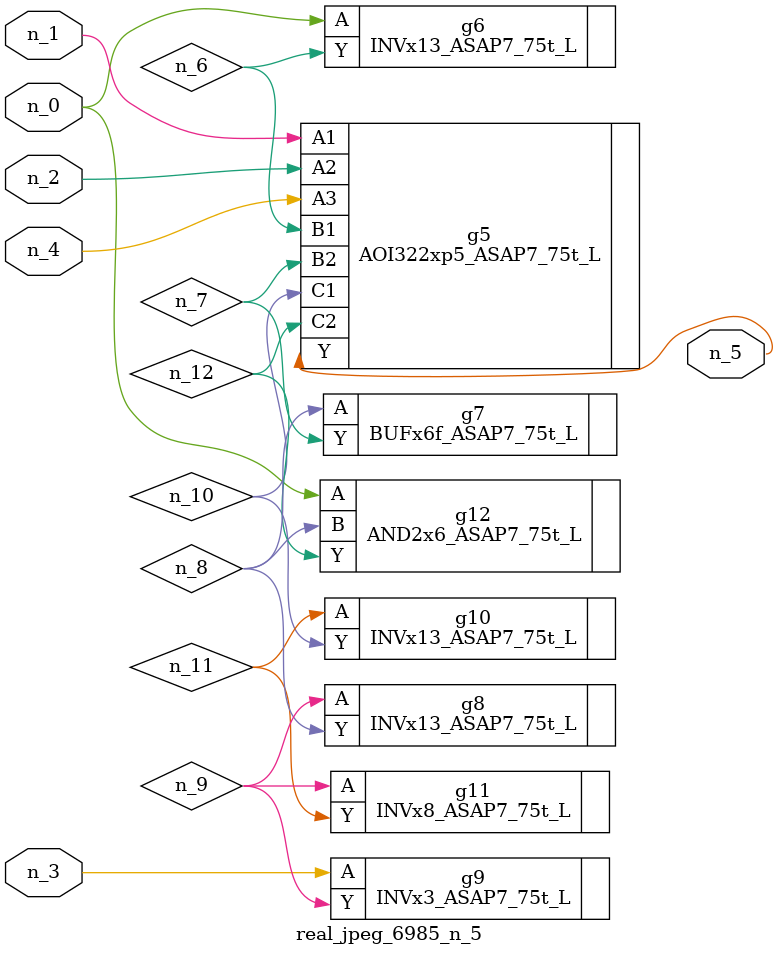
<source format=v>
module real_jpeg_6985_n_5 (n_4, n_0, n_1, n_2, n_3, n_5);

input n_4;
input n_0;
input n_1;
input n_2;
input n_3;

output n_5;

wire n_12;
wire n_8;
wire n_11;
wire n_6;
wire n_7;
wire n_10;
wire n_9;

INVx13_ASAP7_75t_L g6 ( 
.A(n_0),
.Y(n_6)
);

AND2x6_ASAP7_75t_L g12 ( 
.A(n_0),
.B(n_8),
.Y(n_12)
);

AOI322xp5_ASAP7_75t_L g5 ( 
.A1(n_1),
.A2(n_2),
.A3(n_4),
.B1(n_6),
.B2(n_7),
.C1(n_10),
.C2(n_12),
.Y(n_5)
);

INVx3_ASAP7_75t_L g9 ( 
.A(n_3),
.Y(n_9)
);

BUFx6f_ASAP7_75t_L g7 ( 
.A(n_8),
.Y(n_7)
);

INVx13_ASAP7_75t_L g8 ( 
.A(n_9),
.Y(n_8)
);

INVx8_ASAP7_75t_L g11 ( 
.A(n_9),
.Y(n_11)
);

INVx13_ASAP7_75t_L g10 ( 
.A(n_11),
.Y(n_10)
);


endmodule
</source>
